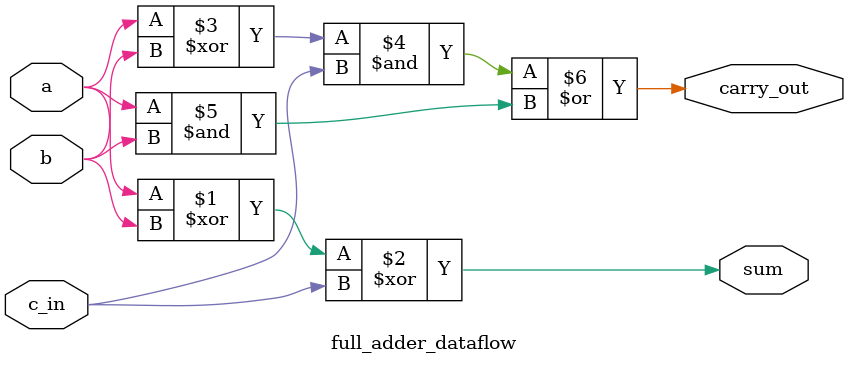
<source format=v>
module full_adder_dataflow(a,b,c_in,sum,carry_out);
input a,b,c_in;
output sum, carry_out;

assign sum=a^b^c_in;
assign carry_out=((a^b)&c_in)|(a&b);

endmodule
</source>
